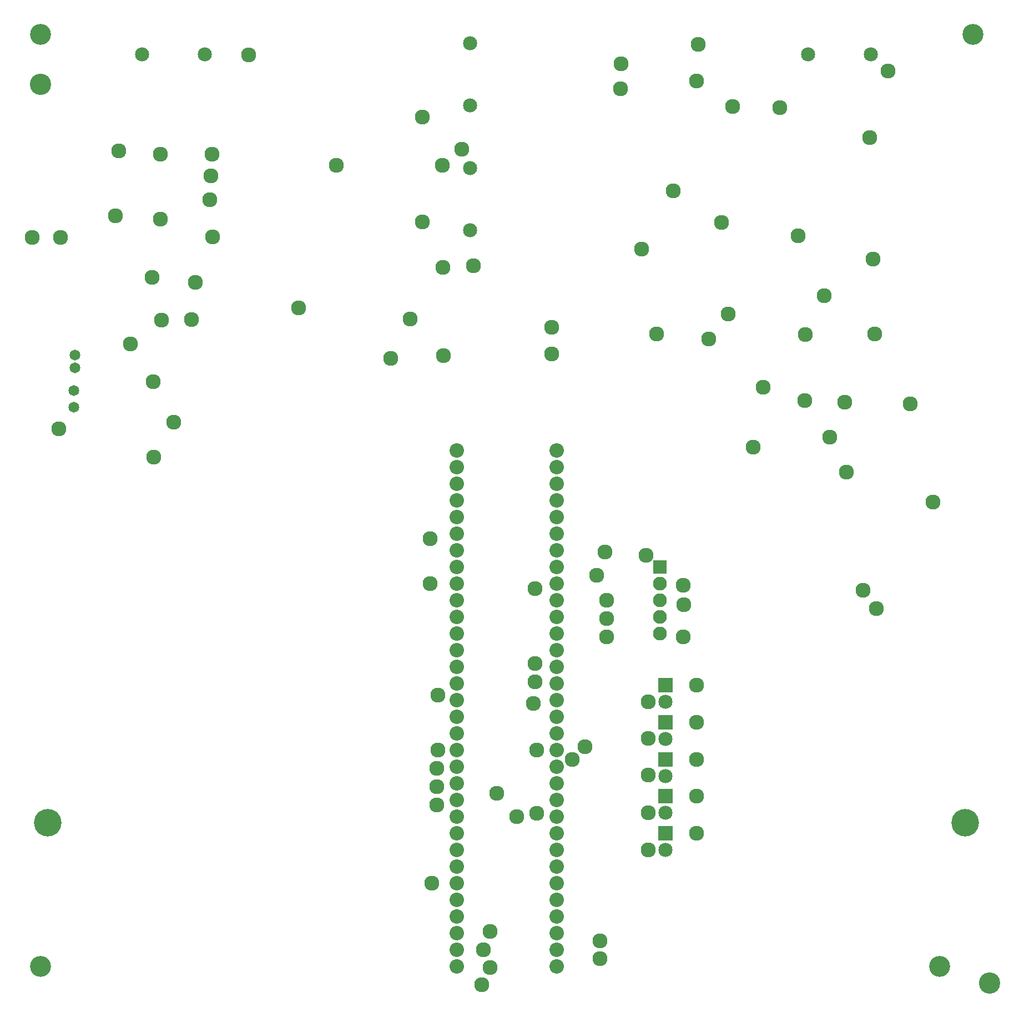
<source format=gbs>
%FSLAX25Y25*%
%MOIN*%
G70*
G01*
G75*
G04 Layer_Color=16711935*
%ADD10R,0.04500X0.05300*%
%ADD11R,0.05118X0.10630*%
%ADD12R,0.10630X0.05118*%
%ADD13O,0.00700X0.01400*%
%ADD14O,0.01400X0.00700*%
%ADD15R,0.01772X0.04134*%
%ADD16R,0.07000X0.03000*%
%ADD17C,0.04921*%
%ADD18R,0.03000X0.04100*%
%ADD19R,0.04100X0.03000*%
%ADD20R,0.06890X0.10433*%
%ADD21R,0.10433X0.06890*%
%ADD22R,0.06299X0.03150*%
%ADD23R,0.03000X0.07000*%
G04:AMPARAMS|DCode=24|XSize=43.31mil|YSize=39.37mil|CornerRadius=0mil|HoleSize=0mil|Usage=FLASHONLY|Rotation=0.000|XOffset=0mil|YOffset=0mil|HoleType=Round|Shape=RoundedRectangle|*
%AMROUNDEDRECTD24*
21,1,0.04331,0.03937,0,0,0.0*
21,1,0.04331,0.03937,0,0,0.0*
1,1,0.00000,0.02165,-0.01969*
1,1,0.00000,-0.02165,-0.01969*
1,1,0.00000,-0.02165,0.01969*
1,1,0.00000,0.02165,0.01969*
%
%ADD24ROUNDEDRECTD24*%
G04:AMPARAMS|DCode=25|XSize=118.11mil|YSize=61.02mil|CornerRadius=0mil|HoleSize=0mil|Usage=FLASHONLY|Rotation=90.000|XOffset=0mil|YOffset=0mil|HoleType=Round|Shape=RoundedRectangle|*
%AMROUNDEDRECTD25*
21,1,0.11811,0.06102,0,0,90.0*
21,1,0.11811,0.06102,0,0,90.0*
1,1,0.00000,0.03051,0.05906*
1,1,0.00000,0.03051,-0.05906*
1,1,0.00000,-0.03051,-0.05906*
1,1,0.00000,-0.03051,0.05906*
%
%ADD25ROUNDEDRECTD25*%
%ADD26R,0.09000X0.05000*%
%ADD27R,0.10000X0.15000*%
%ADD28R,0.10236X0.13976*%
%ADD29R,0.13976X0.10236*%
%ADD30R,0.07795X0.02087*%
G04:AMPARAMS|DCode=31|XSize=20.87mil|YSize=77.95mil|CornerRadius=0mil|HoleSize=0mil|Usage=FLASHONLY|Rotation=270.000|XOffset=0mil|YOffset=0mil|HoleType=Round|Shape=Octagon|*
%AMOCTAGOND31*
4,1,8,0.03898,0.00522,0.03898,-0.00522,0.03376,-0.01043,-0.03376,-0.01043,-0.03898,-0.00522,-0.03898,0.00522,-0.03376,0.01043,0.03376,0.01043,0.03898,0.00522,0.0*
%
%ADD31OCTAGOND31*%

%ADD32R,0.07874X0.21260*%
%ADD33R,0.10300X0.06200*%
%ADD34R,0.22000X0.21400*%
%ADD35R,0.10400X0.06200*%
%ADD36R,0.21260X0.07874*%
%ADD37R,0.06200X0.10300*%
%ADD38R,0.21400X0.22000*%
%ADD39R,0.06200X0.10400*%
%ADD40R,0.19685X0.02992*%
%ADD41R,0.17716X0.34646*%
%ADD42R,0.03150X0.06299*%
%ADD43R,0.05500X0.04500*%
%ADD44C,0.05000*%
%ADD45R,0.07800X0.07000*%
%ADD46R,0.07800X0.07000*%
%ADD47R,0.05906X0.05906*%
%ADD48R,0.05906X0.05906*%
G04:AMPARAMS|DCode=49|XSize=43.31mil|YSize=39.37mil|CornerRadius=0mil|HoleSize=0mil|Usage=FLASHONLY|Rotation=90.000|XOffset=0mil|YOffset=0mil|HoleType=Round|Shape=RoundedRectangle|*
%AMROUNDEDRECTD49*
21,1,0.04331,0.03937,0,0,90.0*
21,1,0.04331,0.03937,0,0,90.0*
1,1,0.00000,0.01969,0.02165*
1,1,0.00000,0.01969,-0.02165*
1,1,0.00000,-0.01969,-0.02165*
1,1,0.00000,-0.01969,0.02165*
%
%ADD49ROUNDEDRECTD49*%
%ADD50C,0.03500*%
%ADD51C,0.00787*%
%ADD52C,0.01000*%
%ADD53R,0.19000X0.12392*%
%ADD54R,0.22666X0.07400*%
%ADD55R,0.29000X0.26000*%
%ADD56R,0.48000X0.07000*%
%ADD57R,0.11000X0.11000*%
%ADD58R,0.24969X0.14000*%
%ADD59R,0.38642X0.24252*%
%ADD60C,0.15748*%
%ADD61C,0.11811*%
%ADD62C,0.09449*%
%ADD63C,0.33000*%
%ADD64C,0.05700*%
%ADD65R,0.07500X0.07500*%
%ADD66C,0.07500*%
%ADD67C,0.07874*%
%ADD68C,0.07677*%
%ADD69C,0.00600*%
%ADD70C,0.00800*%
%ADD71C,0.00787*%
%ADD72C,0.00500*%
%ADD73C,0.00700*%
%ADD74R,0.05300X0.06100*%
%ADD75R,0.05918X0.11430*%
%ADD76R,0.11430X0.05918*%
%ADD77R,0.02572X0.04934*%
%ADD78R,0.07800X0.03800*%
%ADD79C,0.12795*%
%ADD80R,0.03800X0.04900*%
%ADD81R,0.04900X0.03800*%
%ADD82R,0.07690X0.11233*%
%ADD83R,0.11233X0.07690*%
%ADD84R,0.07099X0.03950*%
%ADD85R,0.03800X0.07800*%
G04:AMPARAMS|DCode=86|XSize=51.31mil|YSize=47.37mil|CornerRadius=0mil|HoleSize=0mil|Usage=FLASHONLY|Rotation=0.000|XOffset=0mil|YOffset=0mil|HoleType=Round|Shape=RoundedRectangle|*
%AMROUNDEDRECTD86*
21,1,0.05131,0.04737,0,0,0.0*
21,1,0.05131,0.04737,0,0,0.0*
1,1,0.00000,0.02565,-0.02369*
1,1,0.00000,-0.02565,-0.02369*
1,1,0.00000,-0.02565,0.02369*
1,1,0.00000,0.02565,0.02369*
%
%ADD86ROUNDEDRECTD86*%
G04:AMPARAMS|DCode=87|XSize=126.11mil|YSize=69.02mil|CornerRadius=0mil|HoleSize=0mil|Usage=FLASHONLY|Rotation=90.000|XOffset=0mil|YOffset=0mil|HoleType=Round|Shape=RoundedRectangle|*
%AMROUNDEDRECTD87*
21,1,0.12611,0.06902,0,0,90.0*
21,1,0.12611,0.06902,0,0,90.0*
1,1,0.00000,0.03451,0.06306*
1,1,0.00000,0.03451,-0.06306*
1,1,0.00000,-0.03451,-0.06306*
1,1,0.00000,-0.03451,0.06306*
%
%ADD87ROUNDEDRECTD87*%
%ADD88R,0.09800X0.05800*%
%ADD89R,0.10800X0.15800*%
%ADD90R,0.11036X0.14776*%
%ADD91R,0.14776X0.11036*%
%ADD92R,0.08595X0.02887*%
G04:AMPARAMS|DCode=93|XSize=28.87mil|YSize=85.95mil|CornerRadius=0mil|HoleSize=0mil|Usage=FLASHONLY|Rotation=270.000|XOffset=0mil|YOffset=0mil|HoleType=Round|Shape=Octagon|*
%AMOCTAGOND93*
4,1,8,0.04298,0.00722,0.04298,-0.00722,0.03576,-0.01443,-0.03576,-0.01443,-0.04298,-0.00722,-0.04298,0.00722,-0.03576,0.01443,0.03576,0.01443,0.04298,0.00722,0.0*
%
%ADD93OCTAGOND93*%

%ADD94R,0.08674X0.22060*%
%ADD95R,0.11100X0.07000*%
%ADD96R,0.22800X0.22200*%
%ADD97R,0.11200X0.07000*%
%ADD98R,0.22060X0.08674*%
%ADD99R,0.07000X0.11100*%
%ADD100R,0.22200X0.22800*%
%ADD101R,0.07000X0.11200*%
%ADD102R,0.20485X0.03792*%
%ADD103R,0.18517X0.35446*%
%ADD104R,0.03950X0.07099*%
%ADD105R,0.06300X0.05300*%
%ADD106R,0.08600X0.07800*%
%ADD107R,0.08600X0.07800*%
%ADD108R,0.06706X0.06706*%
%ADD109R,0.06706X0.06706*%
G04:AMPARAMS|DCode=110|XSize=51.31mil|YSize=47.37mil|CornerRadius=0mil|HoleSize=0mil|Usage=FLASHONLY|Rotation=90.000|XOffset=0mil|YOffset=0mil|HoleType=Round|Shape=RoundedRectangle|*
%AMROUNDEDRECTD110*
21,1,0.05131,0.04737,0,0,90.0*
21,1,0.05131,0.04737,0,0,90.0*
1,1,0.00000,0.02369,0.02565*
1,1,0.00000,0.02369,-0.02565*
1,1,0.00000,-0.02369,-0.02565*
1,1,0.00000,-0.02369,0.02565*
%
%ADD110ROUNDEDRECTD110*%
%ADD111C,0.00800*%
%ADD112R,0.00800X0.00800*%
%ADD113C,0.16548*%
%ADD114C,0.12611*%
%ADD115R,0.01000X0.01000*%
%ADD116C,0.01000*%
%ADD117C,0.09049*%
%ADD118C,0.06500*%
%ADD119R,0.08300X0.08300*%
%ADD120C,0.08300*%
%ADD121C,0.08674*%
%ADD122C,0.08477*%
%ADD123R,0.08500X0.08500*%
%ADD124C,0.08500*%
D79*
X290000Y-290000D02*
D03*
X-280000Y250000D02*
D03*
D113*
X-275590Y-193701D02*
D03*
X275590D02*
D03*
D114*
X280000Y280000D02*
D03*
X-280000D02*
D03*
X260000Y-280000D02*
D03*
X-280000D02*
D03*
D117*
X85000Y-143000D02*
D03*
X60000Y-71000D02*
D03*
Y-60000D02*
D03*
X114000Y-155500D02*
D03*
Y-110900D02*
D03*
Y-133200D02*
D03*
X-10000Y-259000D02*
D03*
X-10000Y-280661D02*
D03*
X-14000Y-270000D02*
D03*
X-15000Y-291000D02*
D03*
X114000Y-200100D02*
D03*
Y-177800D02*
D03*
X56000Y-264748D02*
D03*
Y-275378D02*
D03*
X18000Y-188000D02*
D03*
X6000Y-190000D02*
D03*
X85000Y-210000D02*
D03*
Y-187800D02*
D03*
Y-165000D02*
D03*
Y-121000D02*
D03*
X-42000Y-183000D02*
D03*
Y-172000D02*
D03*
Y-161000D02*
D03*
X17000Y-53000D02*
D03*
X18000Y-150000D02*
D03*
X-45000Y-230000D02*
D03*
X-46000Y-23000D02*
D03*
Y-50000D02*
D03*
X-41103Y-149897D02*
D03*
Y-117103D02*
D03*
X81000Y151000D02*
D03*
X135757Y236757D02*
D03*
X229000Y258000D02*
D03*
X190917Y123083D02*
D03*
X114000Y252000D02*
D03*
X115000Y274000D02*
D03*
X100000Y186000D02*
D03*
X218000Y218000D02*
D03*
X220000Y145000D02*
D03*
X-269000Y43000D02*
D03*
X16000Y-122000D02*
D03*
X39483Y-155517D02*
D03*
X-58000Y109000D02*
D03*
X-69647Y85353D02*
D03*
X17000Y-98000D02*
D03*
Y-109000D02*
D03*
X-38000Y87000D02*
D03*
X-38600Y201400D02*
D03*
X47000Y-148000D02*
D03*
X27000Y88000D02*
D03*
Y104000D02*
D03*
X133000Y112000D02*
D03*
X90000Y100000D02*
D03*
X121500Y97000D02*
D03*
X-212000Y26000D02*
D03*
X-200000Y47000D02*
D03*
X214000Y-54000D02*
D03*
X222000Y-65000D02*
D03*
X-6000Y-176000D02*
D03*
X54000Y-45000D02*
D03*
X154000Y68000D02*
D03*
X203000Y59000D02*
D03*
X242535Y58000D02*
D03*
X256000Y-1000D02*
D03*
X179000Y60000D02*
D03*
X194000Y38000D02*
D03*
X83948Y-32948D02*
D03*
X106000Y-82000D02*
D03*
Y-51000D02*
D03*
X106500Y-62500D02*
D03*
X60000Y-82000D02*
D03*
X59000Y-31000D02*
D03*
X148000Y32000D02*
D03*
X204000Y17000D02*
D03*
X-213000Y134000D02*
D03*
X-208000Y208000D02*
D03*
Y169000D02*
D03*
X-233000Y210000D02*
D03*
X-235000Y171000D02*
D03*
X-177000Y208000D02*
D03*
X-178100Y180600D02*
D03*
X-177500Y195000D02*
D03*
X-189260Y108740D02*
D03*
X-226000Y94000D02*
D03*
X-212315Y71315D02*
D03*
X-207260Y108260D02*
D03*
X129000Y167000D02*
D03*
X164000Y236000D02*
D03*
X179400Y99600D02*
D03*
X221000Y100000D02*
D03*
X175000Y159000D02*
D03*
X-268000Y158000D02*
D03*
X-285000D02*
D03*
X68700Y262300D02*
D03*
X68500Y247200D02*
D03*
X-154724Y267717D02*
D03*
X-102100Y201400D02*
D03*
X-176500Y158500D02*
D03*
X-124700Y115700D02*
D03*
X-50500Y230500D02*
D03*
Y167500D02*
D03*
X-187000Y131000D02*
D03*
X-38100Y139900D02*
D03*
X-20000Y141000D02*
D03*
X-27000Y211000D02*
D03*
D118*
X-259250Y87250D02*
D03*
Y79750D02*
D03*
X-260000Y56000D02*
D03*
Y66000D02*
D03*
D119*
X92000Y-40000D02*
D03*
D120*
Y-50000D02*
D03*
Y-60000D02*
D03*
Y-70000D02*
D03*
Y-80000D02*
D03*
D121*
X-30000Y-280000D02*
D03*
Y-270000D02*
D03*
Y-260000D02*
D03*
Y-250000D02*
D03*
Y-240000D02*
D03*
Y-230000D02*
D03*
Y-220000D02*
D03*
Y-210000D02*
D03*
Y-200000D02*
D03*
Y-190000D02*
D03*
Y-180000D02*
D03*
Y-170000D02*
D03*
Y-160000D02*
D03*
Y-150000D02*
D03*
Y-140000D02*
D03*
Y-130000D02*
D03*
Y-120000D02*
D03*
Y-110000D02*
D03*
Y-100000D02*
D03*
Y-90000D02*
D03*
Y-80000D02*
D03*
Y-70000D02*
D03*
Y-60000D02*
D03*
Y-50000D02*
D03*
Y-40000D02*
D03*
Y-30000D02*
D03*
Y-20000D02*
D03*
Y-10000D02*
D03*
Y0D02*
D03*
Y10000D02*
D03*
Y20000D02*
D03*
X30000Y-280000D02*
D03*
Y-270000D02*
D03*
Y-260000D02*
D03*
Y-250000D02*
D03*
Y-240000D02*
D03*
Y-230000D02*
D03*
Y-220000D02*
D03*
Y-210000D02*
D03*
Y-200000D02*
D03*
Y-190000D02*
D03*
Y-180000D02*
D03*
Y-170000D02*
D03*
Y-160000D02*
D03*
Y-150000D02*
D03*
Y-140000D02*
D03*
Y-130000D02*
D03*
Y-120000D02*
D03*
Y-110000D02*
D03*
Y-100000D02*
D03*
Y-90000D02*
D03*
Y-80000D02*
D03*
Y-70000D02*
D03*
Y-60000D02*
D03*
Y-50000D02*
D03*
Y-40000D02*
D03*
Y-30000D02*
D03*
Y-20000D02*
D03*
Y-10000D02*
D03*
Y0D02*
D03*
Y10000D02*
D03*
Y20000D02*
D03*
X-30000Y30000D02*
D03*
X30000D02*
D03*
D122*
X-22000Y162299D02*
D03*
Y199779D02*
D03*
Y274740D02*
D03*
Y237260D02*
D03*
X218740Y268000D02*
D03*
X181260D02*
D03*
X-218740D02*
D03*
X-181260D02*
D03*
D123*
X95350Y-177800D02*
D03*
Y-200100D02*
D03*
Y-155500D02*
D03*
Y-110900D02*
D03*
Y-133200D02*
D03*
D124*
Y-187800D02*
D03*
Y-210100D02*
D03*
Y-165500D02*
D03*
Y-120900D02*
D03*
Y-143200D02*
D03*
M02*

</source>
